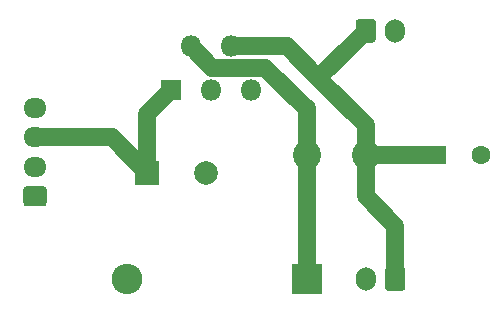
<source format=gbr>
G04 #@! TF.GenerationSoftware,KiCad,Pcbnew,5.1.6-c6e7f7d~87~ubuntu20.04.1*
G04 #@! TF.CreationDate,2020-08-21T13:28:06+01:00*
G04 #@! TF.ProjectId,power_supply,706f7765-725f-4737-9570-706c792e6b69,rev?*
G04 #@! TF.SameCoordinates,Original*
G04 #@! TF.FileFunction,Copper,L1,Top*
G04 #@! TF.FilePolarity,Positive*
%FSLAX46Y46*%
G04 Gerber Fmt 4.6, Leading zero omitted, Abs format (unit mm)*
G04 Created by KiCad (PCBNEW 5.1.6-c6e7f7d~87~ubuntu20.04.1) date 2020-08-21 13:28:06*
%MOMM*%
%LPD*%
G01*
G04 APERTURE LIST*
G04 #@! TA.AperFunction,ComponentPad*
%ADD10C,2.000000*%
G04 #@! TD*
G04 #@! TA.AperFunction,ComponentPad*
%ADD11R,2.000000X2.000000*%
G04 #@! TD*
G04 #@! TA.AperFunction,ComponentPad*
%ADD12R,1.600000X1.600000*%
G04 #@! TD*
G04 #@! TA.AperFunction,ComponentPad*
%ADD13C,1.600000*%
G04 #@! TD*
G04 #@! TA.AperFunction,ComponentPad*
%ADD14R,2.600000X2.600000*%
G04 #@! TD*
G04 #@! TA.AperFunction,ComponentPad*
%ADD15O,2.600000X2.600000*%
G04 #@! TD*
G04 #@! TA.AperFunction,ComponentPad*
%ADD16O,1.950000X1.700000*%
G04 #@! TD*
G04 #@! TA.AperFunction,ComponentPad*
%ADD17O,1.700000X2.000000*%
G04 #@! TD*
G04 #@! TA.AperFunction,ComponentPad*
%ADD18C,2.400000*%
G04 #@! TD*
G04 #@! TA.AperFunction,ComponentPad*
%ADD19R,1.800000X1.800000*%
G04 #@! TD*
G04 #@! TA.AperFunction,ComponentPad*
%ADD20O,1.800000X1.800000*%
G04 #@! TD*
G04 #@! TA.AperFunction,Conductor*
%ADD21C,1.500000*%
G04 #@! TD*
G04 APERTURE END LIST*
D10*
X177500000Y-128500000D03*
D11*
X172500000Y-128500000D03*
D12*
X197000000Y-127000000D03*
D13*
X200800000Y-127000000D03*
D14*
X186000000Y-137500000D03*
D15*
X170760000Y-137500000D03*
D16*
X163000000Y-123000000D03*
X163000000Y-125500000D03*
X163000000Y-128000000D03*
G04 #@! TA.AperFunction,ComponentPad*
G36*
G01*
X163725000Y-131350000D02*
X162275000Y-131350000D01*
G75*
G02*
X162025000Y-131100000I0J250000D01*
G01*
X162025000Y-129900000D01*
G75*
G02*
X162275000Y-129650000I250000J0D01*
G01*
X163725000Y-129650000D01*
G75*
G02*
X163975000Y-129900000I0J-250000D01*
G01*
X163975000Y-131100000D01*
G75*
G02*
X163725000Y-131350000I-250000J0D01*
G01*
G37*
G04 #@! TD.AperFunction*
D17*
X191000000Y-137500000D03*
G04 #@! TA.AperFunction,ComponentPad*
G36*
G01*
X194350000Y-136750000D02*
X194350000Y-138250000D01*
G75*
G02*
X194100000Y-138500000I-250000J0D01*
G01*
X192900000Y-138500000D01*
G75*
G02*
X192650000Y-138250000I0J250000D01*
G01*
X192650000Y-136750000D01*
G75*
G02*
X192900000Y-136500000I250000J0D01*
G01*
X194100000Y-136500000D01*
G75*
G02*
X194350000Y-136750000I0J-250000D01*
G01*
G37*
G04 #@! TD.AperFunction*
G04 #@! TA.AperFunction,ComponentPad*
G36*
G01*
X190150000Y-117250000D02*
X190150000Y-115750000D01*
G75*
G02*
X190400000Y-115500000I250000J0D01*
G01*
X191600000Y-115500000D01*
G75*
G02*
X191850000Y-115750000I0J-250000D01*
G01*
X191850000Y-117250000D01*
G75*
G02*
X191600000Y-117500000I-250000J0D01*
G01*
X190400000Y-117500000D01*
G75*
G02*
X190150000Y-117250000I0J250000D01*
G01*
G37*
G04 #@! TD.AperFunction*
X193500000Y-116500000D03*
D18*
X186000000Y-127000000D03*
X191000000Y-127000000D03*
D19*
X174500000Y-121500000D03*
D20*
X176200000Y-117800000D03*
X177900000Y-121500000D03*
X179600000Y-117800000D03*
X181300000Y-121500000D03*
D21*
X172500000Y-123500000D02*
X174500000Y-121500000D01*
X172500000Y-128500000D02*
X172500000Y-123500000D01*
X169500000Y-125500000D02*
X172500000Y-128500000D01*
X163000000Y-125500000D02*
X169500000Y-125500000D01*
X191000000Y-127000000D02*
X197000000Y-127000000D01*
X191000000Y-125302944D02*
X191000000Y-127000000D01*
X191000000Y-124500000D02*
X191000000Y-125302944D01*
X190094447Y-117405553D02*
X187000000Y-120500000D01*
X191000000Y-116500000D02*
X190094447Y-117405553D01*
X187000000Y-120500000D02*
X191000000Y-124500000D01*
X191000000Y-127000000D02*
X191000000Y-130500000D01*
X193500000Y-133000000D02*
X193500000Y-137500000D01*
X191000000Y-130500000D02*
X193500000Y-133000000D01*
X184300000Y-117800000D02*
X187000000Y-120500000D01*
X179600000Y-117800000D02*
X184300000Y-117800000D01*
X186000000Y-135200000D02*
X186000000Y-127000000D01*
X186000000Y-137500000D02*
X186000000Y-135200000D01*
X186000000Y-123000000D02*
X186000000Y-127000000D01*
X178000000Y-119600000D02*
X176200000Y-117800000D01*
X182500000Y-119600000D02*
X178000000Y-119600000D01*
X186000000Y-123100000D02*
X182500000Y-119600000D01*
M02*

</source>
